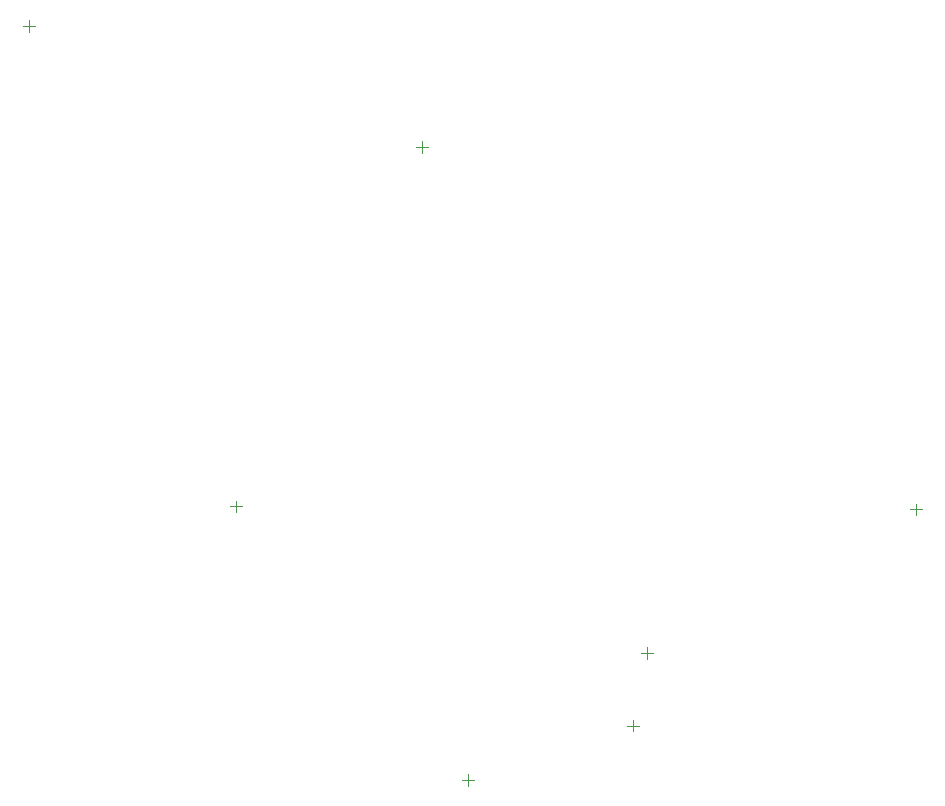
<source format=gbr>
%TF.GenerationSoftware,Altium Limited,Altium Designer,24.4.1 (13)*%
G04 Layer_Color=0*
%FSLAX45Y45*%
%MOMM*%
%TF.SameCoordinates,7BA59CB3-8EBC-4C6A-B4C6-80429C3BB8AE*%
%TF.FilePolarity,Positive*%
%TF.FileFunction,Other,Top_Component_Center*%
%TF.Part,Single*%
G01*
G75*
%TA.AperFunction,NonConductor*%
%ADD100C,0.10000*%
D100*
X11675692Y6178800D02*
X11775692D01*
X11725692Y6128800D02*
Y6228800D01*
X4166800Y10275353D02*
X4266800D01*
X4216800Y10225353D02*
Y10325353D01*
X7935773Y3835847D02*
Y3935847D01*
X7885773Y3885847D02*
X7985773D01*
X5970600Y6154100D02*
Y6254100D01*
X5920600Y6204100D02*
X6020600D01*
X7547153Y9195247D02*
Y9295247D01*
X7497153Y9245247D02*
X7597153D01*
X9402392Y4965700D02*
X9502392D01*
X9452392Y4915700D02*
Y5015700D01*
X9283892Y4349600D02*
X9383892D01*
X9333892Y4299600D02*
Y4399600D01*
%TF.MD5,5b69fcf291dd8514fb426f086eca16fb*%
M02*

</source>
